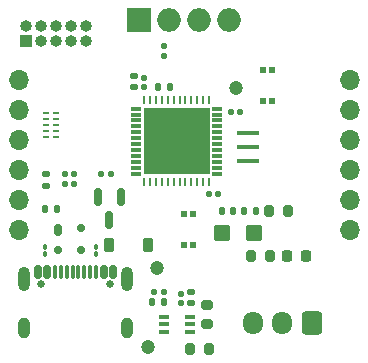
<source format=gbr>
%TF.GenerationSoftware,KiCad,Pcbnew,8.0.7*%
%TF.CreationDate,2024-12-18T23:50:21+01:00*%
%TF.ProjectId,neopixel_eliot_hat,6e656f70-6978-4656-9c5f-656c696f745f,rev?*%
%TF.SameCoordinates,Original*%
%TF.FileFunction,Soldermask,Top*%
%TF.FilePolarity,Negative*%
%FSLAX46Y46*%
G04 Gerber Fmt 4.6, Leading zero omitted, Abs format (unit mm)*
G04 Created by KiCad (PCBNEW 8.0.7) date 2024-12-18 23:50:21*
%MOMM*%
%LPD*%
G01*
G04 APERTURE LIST*
G04 Aperture macros list*
%AMRoundRect*
0 Rectangle with rounded corners*
0 $1 Rounding radius*
0 $2 $3 $4 $5 $6 $7 $8 $9 X,Y pos of 4 corners*
0 Add a 4 corners polygon primitive as box body*
4,1,4,$2,$3,$4,$5,$6,$7,$8,$9,$2,$3,0*
0 Add four circle primitives for the rounded corners*
1,1,$1+$1,$2,$3*
1,1,$1+$1,$4,$5*
1,1,$1+$1,$6,$7*
1,1,$1+$1,$8,$9*
0 Add four rect primitives between the rounded corners*
20,1,$1+$1,$2,$3,$4,$5,0*
20,1,$1+$1,$4,$5,$6,$7,0*
20,1,$1+$1,$6,$7,$8,$9,0*
20,1,$1+$1,$8,$9,$2,$3,0*%
G04 Aperture macros list end*
%ADD10RoundRect,0.100000X0.100000X-0.130000X0.100000X0.130000X-0.100000X0.130000X-0.100000X-0.130000X0*%
%ADD11RoundRect,0.137500X0.137500X-0.137500X0.137500X0.137500X-0.137500X0.137500X-0.137500X-0.137500X0*%
%ADD12RoundRect,0.130000X0.130000X-0.130000X0.130000X0.130000X-0.130000X0.130000X-0.130000X-0.130000X0*%
%ADD13RoundRect,0.130000X-0.130000X-0.130000X0.130000X-0.130000X0.130000X0.130000X-0.130000X0.130000X0*%
%ADD14RoundRect,0.130000X0.130000X0.130000X-0.130000X0.130000X-0.130000X-0.130000X0.130000X-0.130000X0*%
%ADD15RoundRect,0.130000X-0.130000X0.130000X-0.130000X-0.130000X0.130000X-0.130000X0.130000X0.130000X0*%
%ADD16RoundRect,0.225000X0.225000X0.375000X-0.225000X0.375000X-0.225000X-0.375000X0.225000X-0.375000X0*%
%ADD17RoundRect,0.135000X0.135000X0.185000X-0.135000X0.185000X-0.135000X-0.185000X0.135000X-0.185000X0*%
%ADD18RoundRect,0.218750X0.218750X0.256250X-0.218750X0.256250X-0.218750X-0.256250X0.218750X-0.256250X0*%
%ADD19R,0.550000X0.550000*%
%ADD20RoundRect,0.200000X0.200000X0.275000X-0.200000X0.275000X-0.200000X-0.275000X0.200000X-0.275000X0*%
%ADD21RoundRect,0.200000X-0.275000X0.200000X-0.275000X-0.200000X0.275000X-0.200000X0.275000X0.200000X0*%
%ADD22R,0.950000X0.450000*%
%ADD23C,1.200000*%
%ADD24RoundRect,0.250000X-0.450000X-0.425000X0.450000X-0.425000X0.450000X0.425000X-0.450000X0.425000X0*%
%ADD25RoundRect,0.135000X-0.185000X0.135000X-0.185000X-0.135000X0.185000X-0.135000X0.185000X0.135000X0*%
%ADD26RoundRect,0.150000X-0.150000X0.587500X-0.150000X-0.587500X0.150000X-0.587500X0.150000X0.587500X0*%
%ADD27RoundRect,0.140000X-0.140000X-0.170000X0.140000X-0.170000X0.140000X0.170000X-0.140000X0.170000X0*%
%ADD28RoundRect,0.140000X0.140000X0.170000X-0.140000X0.170000X-0.140000X-0.170000X0.140000X-0.170000X0*%
%ADD29R,1.900000X0.400000*%
%ADD30RoundRect,0.175000X-0.175000X-0.325000X0.175000X-0.325000X0.175000X0.325000X-0.175000X0.325000X0*%
%ADD31RoundRect,0.150000X-0.200000X-0.150000X0.200000X-0.150000X0.200000X0.150000X-0.200000X0.150000X0*%
%ADD32R,1.000000X1.000000*%
%ADD33O,1.000000X1.000000*%
%ADD34RoundRect,0.250000X0.600000X0.725000X-0.600000X0.725000X-0.600000X-0.725000X0.600000X-0.725000X0*%
%ADD35O,1.700000X1.950000*%
%ADD36R,0.600000X0.250000*%
%ADD37C,0.650000*%
%ADD38RoundRect,0.150000X-0.150000X-0.425000X0.150000X-0.425000X0.150000X0.425000X-0.150000X0.425000X0*%
%ADD39RoundRect,0.075000X-0.075000X-0.500000X0.075000X-0.500000X0.075000X0.500000X-0.075000X0.500000X0*%
%ADD40O,1.000000X2.100000*%
%ADD41O,1.000000X1.800000*%
%ADD42R,2.000000X2.000000*%
%ADD43O,2.000000X2.000000*%
%ADD44O,1.700000X1.700000*%
%ADD45R,0.850000X0.300000*%
%ADD46R,0.250000X0.750000*%
%ADD47R,5.700000X5.700000*%
%ADD48RoundRect,0.140000X0.170000X-0.140000X0.170000X0.140000X-0.170000X0.140000X-0.170000X-0.140000X0*%
G04 APERTURE END LIST*
D10*
%TO.C,R5*%
X100010000Y-60040000D03*
X100010000Y-60680000D03*
%TD*%
D11*
%TO.C,R6*%
X98140000Y-53910000D03*
X98140000Y-54710000D03*
%TD*%
D10*
%TO.C,R4*%
X95690000Y-60040000D03*
X95690000Y-60680000D03*
%TD*%
D12*
%TO.C,C3*%
X107210000Y-64040000D03*
X107210000Y-64840000D03*
%TD*%
D13*
%TO.C,C16*%
X112210000Y-48600000D03*
X111410000Y-48600000D03*
%TD*%
D11*
%TO.C,R8*%
X97380000Y-53910000D03*
X97380000Y-54710000D03*
%TD*%
D14*
%TO.C,C17*%
X101250000Y-53850000D03*
X100450000Y-53850000D03*
%TD*%
%TO.C,C2*%
X104950000Y-63855000D03*
X105750000Y-63855000D03*
%TD*%
D13*
%TO.C,C18*%
X110370000Y-55590000D03*
X109570000Y-55590000D03*
%TD*%
D12*
%TO.C,C20*%
X104080000Y-45730000D03*
X104080000Y-46530000D03*
%TD*%
D15*
%TO.C,C9*%
X105780000Y-43880000D03*
X105780000Y-43080000D03*
%TD*%
D16*
%TO.C,D3*%
X104380000Y-59910000D03*
X101080000Y-59910000D03*
%TD*%
D17*
%TO.C,R13*%
X113520000Y-56970000D03*
X112500000Y-56970000D03*
%TD*%
D18*
%TO.C,D2*%
X117770000Y-60810000D03*
X116195000Y-60810000D03*
%TD*%
D19*
%TO.C,S1*%
X114870000Y-45030000D03*
X114120000Y-45030000D03*
X114120000Y-47680000D03*
X114870000Y-47680000D03*
%TD*%
D17*
%TO.C,R10*%
X96740000Y-56870000D03*
X95720000Y-56870000D03*
%TD*%
D20*
%TO.C,R12*%
X114765000Y-60810000D03*
X113115000Y-60810000D03*
%TD*%
D21*
%TO.C,R2*%
X109415000Y-64940000D03*
X109415000Y-66590000D03*
%TD*%
D22*
%TO.C,LV1*%
X105758223Y-65960000D03*
X105758223Y-66610000D03*
X105758223Y-67260000D03*
X107958223Y-67260000D03*
X107958223Y-66610000D03*
X107958223Y-65960000D03*
%TD*%
D23*
%TO.C,TP2*%
X105160000Y-61870000D03*
%TD*%
D24*
%TO.C,C14*%
X110690000Y-58830000D03*
X113390000Y-58830000D03*
%TD*%
D25*
%TO.C,R9*%
X95800000Y-53910000D03*
X95800000Y-54930000D03*
%TD*%
D26*
%TO.C,Q3*%
X102082500Y-55862500D03*
X100182500Y-55862500D03*
X101132500Y-57737500D03*
%TD*%
D27*
%TO.C,C6*%
X105280000Y-46500000D03*
X106240000Y-46500000D03*
%TD*%
D20*
%TO.C,R3*%
X109600000Y-68670000D03*
X107950000Y-68670000D03*
%TD*%
%TO.C,R14*%
X116260000Y-57020000D03*
X114610000Y-57020000D03*
%TD*%
D28*
%TO.C,C1*%
X105740000Y-64725000D03*
X104780000Y-64725000D03*
%TD*%
D29*
%TO.C,Y1*%
X112910000Y-52790000D03*
X112910000Y-51590000D03*
X112910000Y-50390000D03*
%TD*%
D23*
%TO.C,TP5*%
X111860000Y-46590000D03*
%TD*%
D30*
%TO.C,D1*%
X96760000Y-58620000D03*
D31*
X96760000Y-60320000D03*
X98760000Y-60320000D03*
X98760000Y-58420000D03*
%TD*%
D32*
%TO.C,J4*%
X94120000Y-42620000D03*
D33*
X94120000Y-41350000D03*
X95390000Y-42620000D03*
X95390000Y-41350000D03*
X96660000Y-42620000D03*
X96660000Y-41350000D03*
X97930000Y-42620000D03*
X97930000Y-41350000D03*
X99200000Y-42620000D03*
X99200000Y-41350000D03*
%TD*%
D34*
%TO.C,J1*%
X118260000Y-66500000D03*
D35*
X115760000Y-66500000D03*
X113260000Y-66500000D03*
%TD*%
D36*
%TO.C,D5*%
X96600000Y-50753223D03*
X96600000Y-50253223D03*
X96600000Y-49753223D03*
X96600000Y-49253223D03*
X96600000Y-48753223D03*
X95750000Y-48753223D03*
X95750000Y-49253223D03*
X95750000Y-49753223D03*
X95750000Y-50253223D03*
X95750000Y-50753223D03*
%TD*%
D23*
%TO.C,TP1*%
X104420000Y-68510000D03*
%TD*%
D37*
%TO.C,J5*%
X95380000Y-63230000D03*
X101160000Y-63230000D03*
D38*
X95070000Y-62155000D03*
X95870000Y-62155000D03*
D39*
X97020000Y-62155000D03*
X98020000Y-62155000D03*
X98520000Y-62155000D03*
X99520000Y-62155000D03*
D38*
X100670000Y-62155000D03*
X101470000Y-62155000D03*
X101470000Y-62155000D03*
X100670000Y-62155000D03*
D39*
X100020000Y-62155000D03*
X99020000Y-62155000D03*
X97520000Y-62155000D03*
X96520000Y-62155000D03*
D38*
X95870000Y-62155000D03*
X95070000Y-62155000D03*
D40*
X93950000Y-62730000D03*
D41*
X93950000Y-66910000D03*
D40*
X102590000Y-62730000D03*
D41*
X102590000Y-66910000D03*
%TD*%
D28*
%TO.C,R7*%
X111640000Y-56980000D03*
X110680000Y-56980000D03*
%TD*%
D42*
%TO.C,J2*%
X103660000Y-40860000D03*
D43*
X106200000Y-40860000D03*
D44*
X93470000Y-45940000D03*
X93470000Y-48480000D03*
X93470000Y-51020000D03*
X93470000Y-53560000D03*
X93470000Y-56100000D03*
X93470000Y-58640000D03*
X121470000Y-58640000D03*
X121470000Y-56100000D03*
X121470000Y-53560000D03*
X121470000Y-51020000D03*
X121470000Y-48480000D03*
X121470000Y-45940000D03*
D43*
X108740000Y-40860000D03*
X111280000Y-40860000D03*
%TD*%
D19*
%TO.C,S2*%
X107470000Y-59890000D03*
X108220000Y-59890000D03*
X108220000Y-57240000D03*
X107470000Y-57240000D03*
%TD*%
D45*
%TO.C,IC4*%
X110280000Y-53840000D03*
X110280000Y-53340000D03*
X110280000Y-52840000D03*
X110280000Y-52340000D03*
X110280000Y-51840000D03*
X110280000Y-51340000D03*
X110280000Y-50840000D03*
X110280000Y-50340000D03*
X110280000Y-49840000D03*
X110280000Y-49340000D03*
X110280000Y-48840000D03*
X110280000Y-48340000D03*
D46*
X109580000Y-47640000D03*
X109080000Y-47640000D03*
X108580000Y-47640000D03*
X108080000Y-47640000D03*
X107580000Y-47640000D03*
X107080000Y-47640000D03*
X106580000Y-47640000D03*
X106080000Y-47640000D03*
X105580000Y-47640000D03*
X105080000Y-47640000D03*
X104580000Y-47640000D03*
X104080000Y-47640000D03*
D45*
X103380000Y-48340000D03*
X103380000Y-48840000D03*
X103380000Y-49340000D03*
X103380000Y-49840000D03*
X103380000Y-50340000D03*
X103380000Y-50840000D03*
X103380000Y-51340000D03*
X103380000Y-51840000D03*
X103380000Y-52340000D03*
X103380000Y-52840000D03*
X103380000Y-53340000D03*
X103380000Y-53840000D03*
D46*
X104080000Y-54540000D03*
X104580000Y-54540000D03*
X105080000Y-54540000D03*
X105580000Y-54540000D03*
X106080000Y-54540000D03*
X106580000Y-54540000D03*
X107080000Y-54540000D03*
X107580000Y-54540000D03*
X108080000Y-54540000D03*
X108580000Y-54540000D03*
X109080000Y-54540000D03*
X109580000Y-54540000D03*
D47*
X106830000Y-51090000D03*
%TD*%
D48*
%TO.C,C4*%
X108050000Y-64840000D03*
X108050000Y-63880000D03*
%TD*%
%TO.C,C7*%
X103230000Y-46530000D03*
X103230000Y-45570000D03*
%TD*%
M02*

</source>
